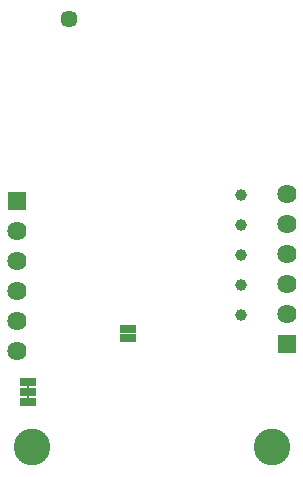
<source format=gbr>
G04 EAGLE Gerber RS-274X export*
G75*
%MOMM*%
%FSLAX34Y34*%
%LPD*%
%INSoldermask Bottom*%
%IPPOS*%
%AMOC8*
5,1,8,0,0,1.08239X$1,22.5*%
G01*
%ADD10C,3.101600*%
%ADD11R,1.371600X0.736600*%
%ADD12C,0.203200*%
%ADD13R,1.625600X1.625600*%
%ADD14C,1.625600*%
%ADD15C,0.990600*%
%ADD16C,1.451600*%


D10*
X27700Y27700D03*
X230900Y27700D03*
D11*
X24424Y66410D03*
X24424Y74538D03*
X24424Y82666D03*
D12*
X24424Y83428D02*
X24424Y65902D01*
D11*
X109220Y128016D03*
X109220Y119888D03*
D13*
X15000Y236474D03*
D14*
X15000Y211074D03*
X15000Y185674D03*
X15000Y160274D03*
X15000Y134874D03*
X15000Y109474D03*
D15*
X205000Y140000D03*
X205000Y165400D03*
X205000Y190800D03*
X205000Y216200D03*
X205000Y241600D03*
D13*
X243600Y115570D03*
D14*
X243600Y140970D03*
X243600Y166370D03*
X243600Y191770D03*
X243600Y217170D03*
X243600Y242570D03*
D16*
X59276Y390000D03*
M02*

</source>
